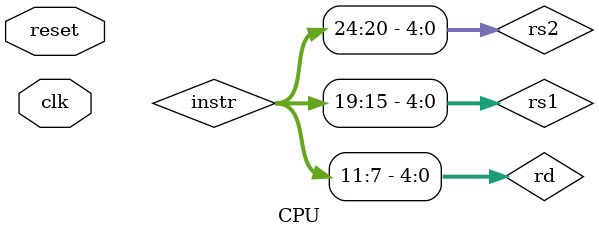
<source format=v>
`timescale 1ns/1ps

module CPU(
  input clk,          // Clock do processador
  input reset        // Reset para inicializar o processador
);

  // -------------------------------------------------
  // Declaração dos registradores e sinais
  // -------------------------------------------------

  reg [31:0] PC;        // Registrador de Contador de Programa (PC)
  wire [31:0] instr;    // Instrução a ser executada

  // Imediatos (I, S, B) extraídos da instrução
  wire [31:0] immI, immS, immB;

  // Campos da instrução
  wire [4:0] rs1 = instr[19:15];  // Registrador de origem 1
  wire [4:0] rs2 = instr[24:20];  // Registrador de origem 2
  wire [4:0] rd  = instr[11:7];   // Registrador de destino

  // Sinais de controle para a unidade de controle
  wire RegWrite, MemRead, MemWrite, MemToReg, ALUSrc, Branch, BranchNE;
  wire [2:0] ALUCtrl;  // Controle da ALU (Operações como ADD, SUB, etc.)

  // Dados
  wire [31:0] rd1, rd2, aluY, memRData;
  wire Zero;  // Sinal de zero da ALU

  // Definindo a entrada B para a ALU (com base no tipo de operação)
  wire [31:0] aluB = ALUSrc ? (MemWrite ? immS : immI) : rd2;

  // -------------------------------------------------
  // Instância dos módulos
  // -------------------------------------------------

  IMem    u_imem   (.addr(PC),   .instr(instr));  // Memória de Instruções (IMem)

  ImmGen  u_immgen (.instr(instr), .immI(immI), .immS(immS), .immB(immB));  // Gerador de Imediatos (ImmGen)

  RegFile u_reg    (.clk(clk), .we(RegWrite), .rs1(rs1), .rs2(rs2), .rd(rd),
                    .wd(MemToReg ? memRData : aluY), .rd1(rd1), .rd2(rd2));  // Banco de Registradores (RegFile)

  ALU     u_alu    (.A(rd1), .B(aluB), .ALUCtrl(ALUCtrl), .Y(aluY), .Zero(Zero));  // Unidade Lógica e Aritmética (ALU)

  DMem    u_dmem   (.clk(clk), .memRead(MemRead), .memWrite(MemWrite),
                    .addr(aluY), .wdata(rd2), .rdata(memRData));  // Memória de Dados (DMem)

  Control u_ctrl   (.instr(instr), .RegWrite(RegWrite), .MemRead(MemRead),
                    .MemWrite(MemWrite), .MemToReg(MemToReg), .ALUSrc(ALUSrc),
                    .Branch(Branch), .BranchNE(BranchNE), .ALUCtrl(ALUCtrl));  // Unidade de Controle (Control)

  // -------------------------------------------------
  // Lógica do próximo PC
  // -------------------------------------------------

  wire [31:0] PCPlus4  = PC + 32'd4;  // Incremento do PC (PC + 4)
  wire takeBr = Branch & (BranchNE ? (~Zero) : Zero);  // Decisão de tomar o desvio
  wire [31:0] PCTarget = PC + immB;  // Cálculo do endereço de desvio (Branch)
  wire [31:0] PCNext = takeBr ? PCTarget : PCPlus4;  // PC do próximo ciclo (se desviar ou seguir PC+4)

  // -------------------------------------------------
  // Sequencial: Atualiza o PC a cada ciclo de clock
  // -------------------------------------------------

  always @(posedge clk or posedge reset) begin
    if (reset) 
      PC <= 32'b0;  // Se resetar, PC vai para 0
    else 
      PC <= PCNext;  // Caso contrário, atualiza o PC para o próximo valor
  end

endmodule

</source>
